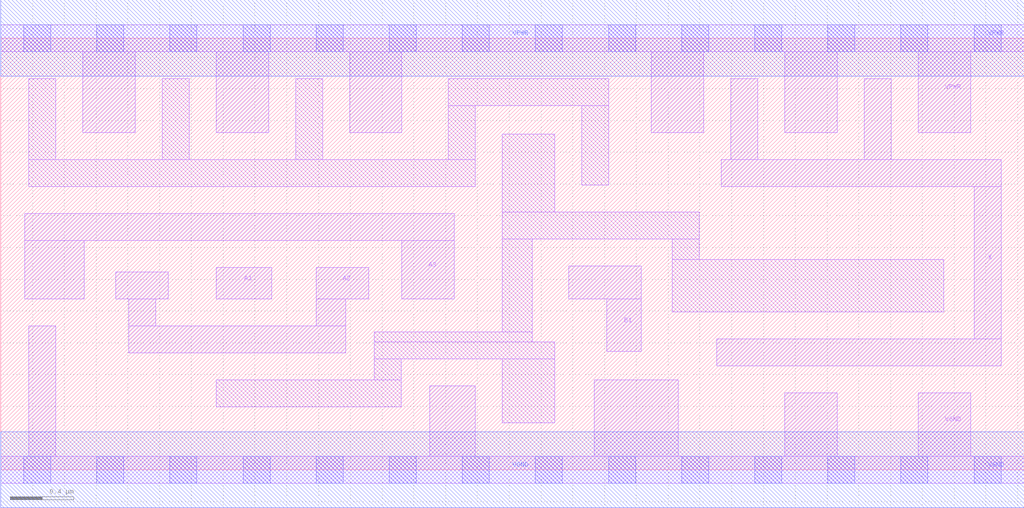
<source format=lef>
# Copyright 2020 The SkyWater PDK Authors
#
# Licensed under the Apache License, Version 2.0 (the "License");
# you may not use this file except in compliance with the License.
# You may obtain a copy of the License at
#
#     https://www.apache.org/licenses/LICENSE-2.0
#
# Unless required by applicable law or agreed to in writing, software
# distributed under the License is distributed on an "AS IS" BASIS,
# WITHOUT WARRANTIES OR CONDITIONS OF ANY KIND, either express or implied.
# See the License for the specific language governing permissions and
# limitations under the License.
#
# SPDX-License-Identifier: Apache-2.0

VERSION 5.7 ;
  NAMESCASESENSITIVE ON ;
  NOWIREEXTENSIONATPIN ON ;
  DIVIDERCHAR "/" ;
  BUSBITCHARS "[]" ;
UNITS
  DATABASE MICRONS 200 ;
END UNITS
MACRO sky130_fd_sc_hd__a31o_4
  CLASS CORE ;
  SOURCE USER ;
  FOREIGN sky130_fd_sc_hd__a31o_4 ;
  ORIGIN  0.000000  0.000000 ;
  SIZE  6.440000 BY  2.720000 ;
  SYMMETRY X Y R90 ;
  SITE unithd ;
  PIN A1
    ANTENNAGATEAREA  0.495000 ;
    DIRECTION INPUT ;
    USE SIGNAL ;
    PORT
      LAYER li1 ;
        RECT 1.355000 1.075000 1.705000 1.275000 ;
    END
  END A1
  PIN A2
    ANTENNAGATEAREA  0.495000 ;
    DIRECTION INPUT ;
    USE SIGNAL ;
    PORT
      LAYER li1 ;
        RECT 0.725000 1.075000 1.055000 1.245000 ;
        RECT 0.805000 0.735000 2.170000 0.905000 ;
        RECT 0.805000 0.905000 0.975000 1.075000 ;
        RECT 1.985000 0.905000 2.170000 1.075000 ;
        RECT 1.985000 1.075000 2.315000 1.275000 ;
    END
  END A2
  PIN A3
    ANTENNAGATEAREA  0.495000 ;
    DIRECTION INPUT ;
    USE SIGNAL ;
    PORT
      LAYER li1 ;
        RECT 0.150000 1.075000 0.525000 1.445000 ;
        RECT 0.150000 1.445000 2.855000 1.615000 ;
        RECT 2.525000 1.075000 2.855000 1.445000 ;
    END
  END A3
  PIN B1
    ANTENNAGATEAREA  0.495000 ;
    DIRECTION INPUT ;
    USE SIGNAL ;
    PORT
      LAYER li1 ;
        RECT 3.575000 1.075000 4.030000 1.285000 ;
        RECT 3.815000 0.745000 4.030000 1.075000 ;
    END
  END B1
  PIN X
    ANTENNADIFFAREA  0.891000 ;
    DIRECTION OUTPUT ;
    USE SIGNAL ;
    PORT
      LAYER li1 ;
        RECT 4.505000 0.655000 6.295000 0.825000 ;
        RECT 4.535000 1.785000 6.295000 1.955000 ;
        RECT 4.595000 1.955000 4.765000 2.465000 ;
        RECT 5.435000 1.955000 5.605000 2.465000 ;
        RECT 6.125000 0.825000 6.295000 1.785000 ;
    END
  END X
  PIN VGND
    DIRECTION INOUT ;
    SHAPE ABUTMENT ;
    USE GROUND ;
    PORT
      LAYER li1 ;
        RECT 0.000000 -0.085000 6.440000 0.085000 ;
        RECT 0.175000  0.085000 0.345000 0.905000 ;
        RECT 2.700000  0.085000 2.985000 0.530000 ;
        RECT 3.735000  0.085000 4.265000 0.565000 ;
        RECT 4.935000  0.085000 5.265000 0.485000 ;
        RECT 5.775000  0.085000 6.105000 0.485000 ;
      LAYER mcon ;
        RECT 0.145000 -0.085000 0.315000 0.085000 ;
        RECT 0.605000 -0.085000 0.775000 0.085000 ;
        RECT 1.065000 -0.085000 1.235000 0.085000 ;
        RECT 1.525000 -0.085000 1.695000 0.085000 ;
        RECT 1.985000 -0.085000 2.155000 0.085000 ;
        RECT 2.445000 -0.085000 2.615000 0.085000 ;
        RECT 2.905000 -0.085000 3.075000 0.085000 ;
        RECT 3.365000 -0.085000 3.535000 0.085000 ;
        RECT 3.825000 -0.085000 3.995000 0.085000 ;
        RECT 4.285000 -0.085000 4.455000 0.085000 ;
        RECT 4.745000 -0.085000 4.915000 0.085000 ;
        RECT 5.205000 -0.085000 5.375000 0.085000 ;
        RECT 5.665000 -0.085000 5.835000 0.085000 ;
        RECT 6.125000 -0.085000 6.295000 0.085000 ;
      LAYER met1 ;
        RECT 0.000000 -0.240000 6.440000 0.240000 ;
    END
  END VGND
  PIN VPWR
    DIRECTION INOUT ;
    SHAPE ABUTMENT ;
    USE POWER ;
    PORT
      LAYER li1 ;
        RECT 0.000000 2.635000 6.440000 2.805000 ;
        RECT 0.515000 2.125000 0.845000 2.635000 ;
        RECT 1.355000 2.125000 1.685000 2.635000 ;
        RECT 2.195000 2.125000 2.525000 2.635000 ;
        RECT 4.095000 2.125000 4.425000 2.635000 ;
        RECT 4.935000 2.125000 5.265000 2.635000 ;
        RECT 5.775000 2.125000 6.105000 2.635000 ;
      LAYER mcon ;
        RECT 0.145000 2.635000 0.315000 2.805000 ;
        RECT 0.605000 2.635000 0.775000 2.805000 ;
        RECT 1.065000 2.635000 1.235000 2.805000 ;
        RECT 1.525000 2.635000 1.695000 2.805000 ;
        RECT 1.985000 2.635000 2.155000 2.805000 ;
        RECT 2.445000 2.635000 2.615000 2.805000 ;
        RECT 2.905000 2.635000 3.075000 2.805000 ;
        RECT 3.365000 2.635000 3.535000 2.805000 ;
        RECT 3.825000 2.635000 3.995000 2.805000 ;
        RECT 4.285000 2.635000 4.455000 2.805000 ;
        RECT 4.745000 2.635000 4.915000 2.805000 ;
        RECT 5.205000 2.635000 5.375000 2.805000 ;
        RECT 5.665000 2.635000 5.835000 2.805000 ;
        RECT 6.125000 2.635000 6.295000 2.805000 ;
      LAYER met1 ;
        RECT 0.000000 2.480000 6.440000 2.960000 ;
    END
  END VPWR
  OBS
    LAYER li1 ;
      RECT 0.175000 1.785000 2.985000 1.955000 ;
      RECT 0.175000 1.955000 0.345000 2.465000 ;
      RECT 1.015000 1.955000 1.185000 2.465000 ;
      RECT 1.355000 0.395000 2.520000 0.565000 ;
      RECT 1.855000 1.955000 2.025000 2.465000 ;
      RECT 2.350000 0.565000 2.520000 0.700000 ;
      RECT 2.350000 0.700000 3.485000 0.805000 ;
      RECT 2.350000 0.805000 3.345000 0.870000 ;
      RECT 2.815000 1.955000 2.985000 2.295000 ;
      RECT 2.815000 2.295000 3.825000 2.465000 ;
      RECT 3.155000 0.295000 3.485000 0.700000 ;
      RECT 3.155000 0.870000 3.345000 1.455000 ;
      RECT 3.155000 1.455000 4.395000 1.625000 ;
      RECT 3.155000 1.625000 3.485000 2.115000 ;
      RECT 3.655000 1.795000 3.825000 2.295000 ;
      RECT 4.225000 0.995000 5.935000 1.325000 ;
      RECT 4.225000 1.325000 4.395000 1.455000 ;
  END
END sky130_fd_sc_hd__a31o_4

</source>
